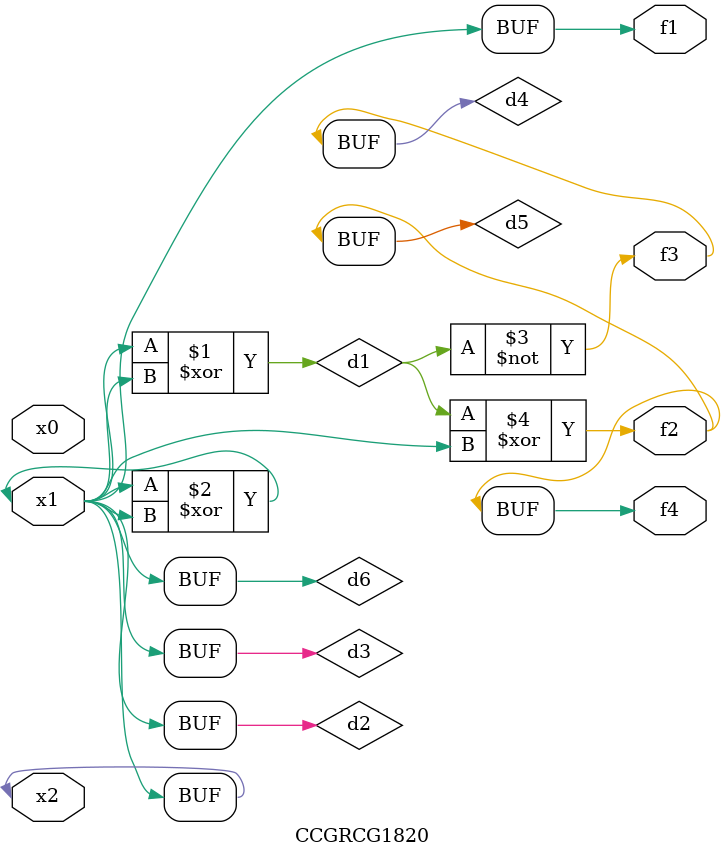
<source format=v>
module CCGRCG1820(
	input x0, x1, x2,
	output f1, f2, f3, f4
);

	wire d1, d2, d3, d4, d5, d6;

	xor (d1, x1, x2);
	buf (d2, x1, x2);
	xor (d3, x1, x2);
	nor (d4, d1);
	xor (d5, d1, d2);
	buf (d6, d2, d3);
	assign f1 = d6;
	assign f2 = d5;
	assign f3 = d4;
	assign f4 = d5;
endmodule

</source>
